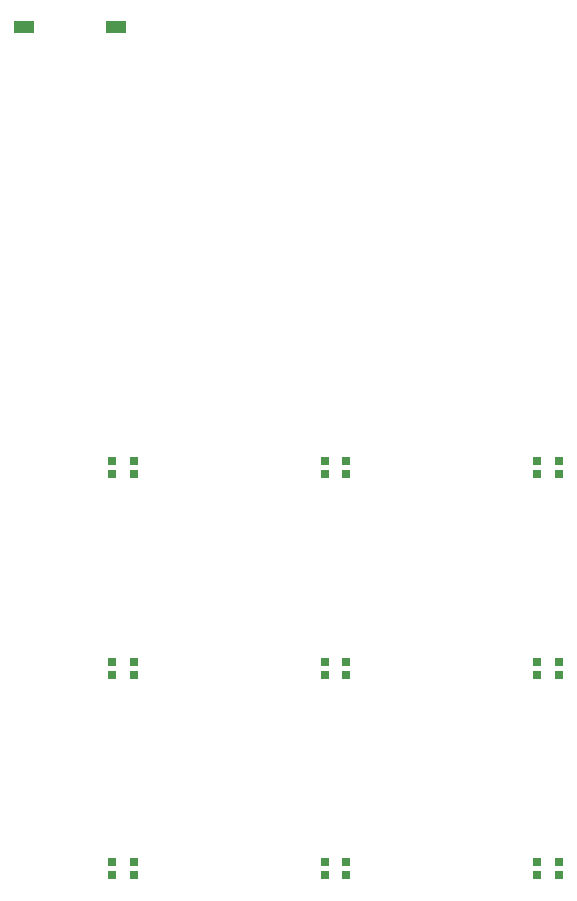
<source format=gbr>
%TF.GenerationSoftware,KiCad,Pcbnew,8.0.3*%
%TF.CreationDate,2024-08-18T23:13:00-04:00*%
%TF.ProjectId,MACROPAD,4d414352-4f50-4414-942e-6b696361645f,rev?*%
%TF.SameCoordinates,Original*%
%TF.FileFunction,Paste,Top*%
%TF.FilePolarity,Positive*%
%FSLAX46Y46*%
G04 Gerber Fmt 4.6, Leading zero omitted, Abs format (unit mm)*
G04 Created by KiCad (PCBNEW 8.0.3) date 2024-08-18 23:13:00*
%MOMM*%
%LPD*%
G01*
G04 APERTURE LIST*
%ADD10R,0.700000X0.700000*%
%ADD11R,1.750000X1.000000*%
G04 APERTURE END LIST*
D10*
%TO.C,D18*%
X161065000Y-123031250D03*
X161065000Y-121931250D03*
X159235000Y-121931250D03*
X159235000Y-123031250D03*
%TD*%
%TO.C,D17*%
X143065000Y-123031250D03*
X143065000Y-121931250D03*
X141235000Y-121931250D03*
X141235000Y-123031250D03*
%TD*%
%TO.C,D16*%
X125065000Y-123031250D03*
X125065000Y-121931250D03*
X123235000Y-121931250D03*
X123235000Y-123031250D03*
%TD*%
%TO.C,D15*%
X161065000Y-106031250D03*
X161065000Y-104931250D03*
X159235000Y-104931250D03*
X159235000Y-106031250D03*
%TD*%
%TO.C,D14*%
X143065000Y-106031250D03*
X143065000Y-104931250D03*
X141235000Y-104931250D03*
X141235000Y-106031250D03*
%TD*%
%TO.C,D13*%
X125065000Y-106031250D03*
X125065000Y-104931250D03*
X123235000Y-104931250D03*
X123235000Y-106031250D03*
%TD*%
%TO.C,D12*%
X161065000Y-89031250D03*
X161065000Y-87931250D03*
X159235000Y-87931250D03*
X159235000Y-89031250D03*
%TD*%
%TO.C,D11*%
X143065000Y-89031250D03*
X143065000Y-87931250D03*
X141235000Y-87931250D03*
X141235000Y-89031250D03*
%TD*%
%TO.C,D10*%
X125065000Y-89031250D03*
X125065000Y-87931250D03*
X123235000Y-87931250D03*
X123235000Y-89031250D03*
%TD*%
D11*
%TO.C,SW1*%
X115775000Y-51200000D03*
X123525000Y-51200000D03*
%TD*%
M02*

</source>
